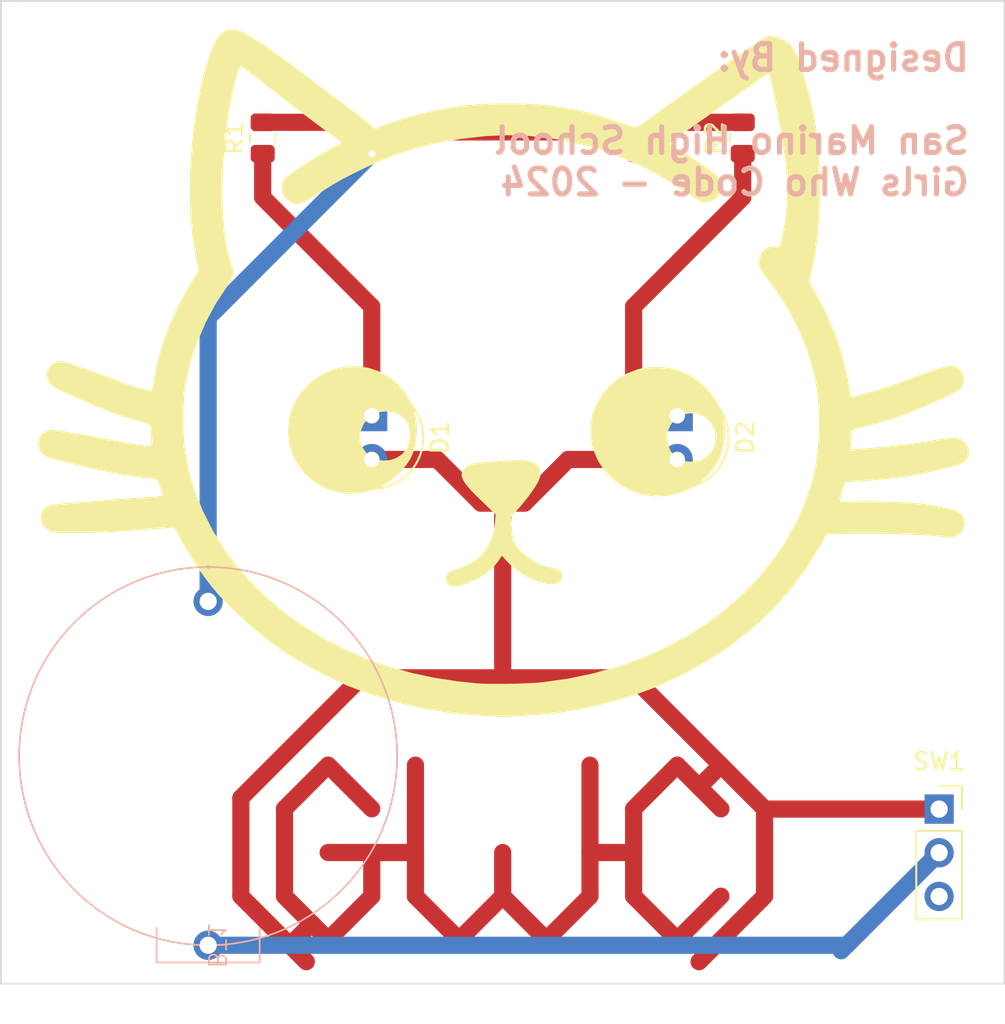
<source format=kicad_pcb>
(kicad_pcb (version 20240108) (generator "pcbnew") (generator_version "8.0")
  (layers (0 "F.Cu" signal) (31 "B.Cu" signal) (34 "B.Paste" user) (35 "F.Paste" user) (36 "B.SilkS" user "B.Silkscreen") (37 "F.SilkS" user "F.Silkscreen") (38 "B.Mask" user) (39 "F.Mask" user) (44 "Edge.Cuts" user))
  (net 0 "")
  (net 1 "Net-(BT1-+)")
  (net 2 "Net-(BT1--)")
  (net 3 "Net-(D1-K)")
  (net 4 "Net-(D1-A)")
  (net 5 "Net-(D2-K)")
  (footprint "LED_THT:LED_D5.0mm" (layer "F.Cu") (at 170.18 68.58 -90)
    (property "Reference" "D2" (at 1.27 -3.96 90) (layer "F.SilkS"))
    (property "Value" "LED")
    (fp_line (start -1.29 -1.545) (end -1.29 1.545) (stroke (width 0.12)) (layer "F.SilkS"))
    (fp_arc (start 4.26 -0.000462) (mid 2.072002 2.880433) (end -1.29 1.54483) (stroke (width 0.12)) (layer "F.SilkS"))
    (fp_arc (start -1.29 -1.54483) (mid 2.072002 -2.880433) (end 4.26 0.000462) (stroke (width 0.12)) (layer "F.SilkS"))
    (fp_circle (center 1.27 0) (end 3.77 0) (stroke (width 0.12)) (fill none) (layer "F.SilkS"))
    (pad "1" thru_hole rect (at 0 0 270) (size 1.8 1.8) (drill 0.9) (layers "*.Cu" "*.Mask") (net 5 "Net-(D2-K)"))
    (pad "2" thru_hole circle (at 2.54 0 270) (size 1.8 1.8) (drill 0.9) (layers "*.Cu" "*.Mask") (net 4 "Net-(D1-A)"))
  )
  (footprint "LOGO" (layer "F.Cu") (at 160.02 66.04)
    (property "Reference" "" (at -5.08 -7.62 0) (layer "F.SilkS") (effects (font (size 1.5 1.5) (thickness 0.3))))
    (property "Value" "LOGO" (hide yes))
    (fp_poly (pts (xy -7.778339 -0.239874) (xy -7.219231 -0.049432) (xy -6.644462 0.255895) (xy -6.143366 0.648963) (xy -5.722754 1.116231) (xy -5.389435 1.644162) (xy -5.150219 2.219215) (xy -5.011919 2.827851) (xy -4.981343 3.456532) (xy -5.065302 4.091719) (xy -5.088256 4.18696) (xy -5.31339 4.833354) (xy -5.635182 5.413107) (xy -6.042863 5.918876) (xy -6.525665 6.343317) (xy -7.07282 6.679089) (xy -7.673558 6.918846) (xy -8.317113 7.055246) (xy -8.992714 7.080946) (xy -9.294928 7.055588) (xy -9.935546 6.918221) (xy -10.531939 6.671777) (xy -11.073152 6.325288) (xy -11.548229 5.887783) (xy -11.946216 5.368297) (xy -12.256155 4.775859) (xy -12.346281 4.540096) (xy -12.439531 4.15551) (xy -12.478998 3.778473) (xy -8.298883 3.778473) (xy -8.274661 4.032729) (xy -8.149896 4.398967) (xy -7.933649 4.703023) (xy -7.645074 4.93578) (xy -7.303327 5.088121) (xy -6.927563 5.150929) (xy -6.536938 5.115086) (xy -6.224788 5.008409) (xy -5.866825 4.785612) (xy -5.611919 4.497476) (xy -5.458764 4.141724) (xy -5.406053 3.716079) (xy -5.408997 3.586397) (xy -5.461248 3.212029) (xy -5.586451 2.916403) (xy -5.80149 2.66911) (xy -6.003483 2.515825) (xy -6.370083 2.341905) (xy -6.774702 2.283345) (xy -7.146519 2.325799) (xy -7.529663 2.470332) (xy -7.849266 2.707226) (xy -8.092535 3.017121) (xy -8.246672 3.380656) (xy -8.298883 3.778473) (xy -12.478998 3.778473) (xy -12.487285 3.6993) (xy -12.489507 3.213818) (xy -12.446162 2.741414) (xy -12.357211 2.32444) (xy -12.348219 2.295049) (xy -12.106843 1.722849) (xy -11.761016 1.187287) (xy -11.327804 0.707954) (xy -10.82427 0.304438) (xy -10.399275 0.05768) (xy -9.747665 -0.200306) (xy -9.092217 -0.335941) (xy -8.435065 -0.349154)) (fill solid) (layer "F.SilkS"))
    (fp_poly (pts (xy 9.701185 -0.242378) (xy 10.200281 -0.126313) (xy 10.305957 -0.090382) (xy 10.909866 0.188657) (xy 11.459204 0.558278) (xy 11.941171 1.004121) (xy 12.342964 1.51183) (xy 12.651781 2.067044) (xy 12.854821 2.655405) (xy 12.88735 2.80493) (xy 12.93204 3.214801) (xy 12.929027 3.683686) (xy 12.881706 4.159043) (xy 12.793474 4.588328) (xy 12.766124 4.68011) (xy 12.530665 5.223397) (xy 12.190657 5.735926) (xy 11.763755 6.198005) (xy 11.267615 6.589939) (xy 10.827813 6.842124) (xy 10.202145 7.079281) (xy 9.537126 7.211513) (xy 8.859469 7.236189) (xy 8.195888 7.150676) (xy 8.050421 7.115764) (xy 7.418767 6.890823) (xy 6.837512 6.566326) (xy 6.319425 6.154825) (xy 5.877271 5.66887) (xy 5.523818 5.12101) (xy 5.271832 4.523796) (xy 5.216033 4.329494) (xy 5.133668 3.827821) (xy 9.572362 3.827821) (xy 9.625189 4.244371) (xy 9.779143 4.601568) (xy 10.022488 4.887515) (xy 10.343487 5.09031) (xy 10.730405 5.198055) (xy 10.938082 5.212531) (xy 11.182332 5.196706) (xy 11.41623 5.153581) (xy 11.520932 5.119837) (xy 11.860747 4.919809) (xy 12.118216 4.650501) (xy 12.292213 4.331826) (xy 12.381614 3.983699) (xy 12.385293 3.626037) (xy 12.302125 3.278753) (xy 12.130984 2.961763) (xy 11.870745 2.694981) (xy 11.665337 2.564138) (xy 11.271043 2.421637) (xy 10.872031 2.394143) (xy 10.487649 2.479437) (xy 10.137249 2.675299) (xy 10.047904 2.749614) (xy 9.781918 3.055553) (xy 9.626309 3.402024) (xy 9.572523 3.808423) (xy 9.572362 3.827821) (xy 5.133668 3.827821) (xy 5.109201 3.678796) (xy 5.117998 3.040128) (xy 5.235349 2.424693) (xy 5.454181 1.843694) (xy 5.767419 1.308332) (xy 6.16799 0.82981) (xy 6.64882 0.419331) (xy 7.202834 0.088097) (xy 7.822959 -0.152691) (xy 8.089932 -0.221616) (xy 8.598676 -0.292833) (xy 9.151538 -0.298819)) (fill solid) (layer "F.SilkS"))
    (fp_poly (pts (xy 1.185054 5.116936) (xy 1.600193 5.189941) (xy 1.91119 5.321496) (xy 2.115919 5.50856) (xy 2.212253 5.748094) (xy 2.198066 6.037061) (xy 2.071231 6.37242) (xy 2.067962 6.378749) (xy 1.914246 6.639387) (xy 1.697811 6.95838) (xy 1.441047 7.305688) (xy 1.166345 7.651277) (xy 0.896097 7.965109) (xy 0.838821 8.027598) (xy 0.477264 8.416791) (xy 0.519653 8.947888) (xy 0.555284 9.332469) (xy 0.599176 9.622881) (xy 0.662462 9.847627) (xy 0.756276 10.035212) (xy 0.891749 10.214138) (xy 1.080015 10.412908) (xy 1.099407 10.432227) (xy 1.567225 10.826777) (xy 2.069326 11.120064) (xy 2.589052 11.303094) (xy 2.783473 11.341222) (xy 3.12065 11.424269) (xy 3.348358 11.55188) (xy 3.464346 11.721395) (xy 3.466364 11.930148) (xy 3.408238 12.080351) (xy 3.290277 12.232911) (xy 3.117245 12.319506) (xy 2.86978 12.345541) (xy 2.551315 12.319533) (xy 2.031183 12.195533) (xy 1.49961 11.96855) (xy 0.981764 11.652718) (xy 0.502812 11.262171) (xy 0.293288 11.051423) (xy -0.051147 10.679391) (xy -0.247928 10.986048) (xy -0.574722 11.39186) (xy -0.999022 11.755433) (xy -1.498543 12.061108) (xy -2.051 12.293228) (xy -2.155535 12.326349) (xy -2.474094 12.41786) (xy -2.70207 12.470402) (xy -2.864158 12.487043) (xy -2.985056 12.470853) (xy -3.0633 12.439141) (xy -3.232494 12.28943) (xy -3.31589 12.079689) (xy -3.300034 11.848998) (xy -3.282813 11.801496) (xy -3.236454 11.713861) (xy -3.166532 11.643055) (xy -3.050286 11.576395) (xy -2.864959 11.501198) (xy -2.58779 11.404782) (xy -2.545344 11.390537) (xy -2.042533 11.194216) (xy -1.639126 10.969838) (xy -1.31244 10.701636) (xy -1.039791 10.373841) (xy -1.001276 10.317239) (xy -0.707444 9.795867) (xy -0.524335 9.276186) (xy -0.444837 8.762644) (xy -0.411831 8.281091) (xy -1.219233 7.504705) (xy -1.599166 7.132115) (xy -1.893167 6.825497) (xy -2.110186 6.573011) (xy -2.259171 6.362818) (xy -2.34907 6.183079) (xy -2.388833 6.021956) (xy -2.392754 5.952167) (xy -2.334667 5.720244) (xy -2.171552 5.521927) (xy -1.920129 5.375519) (xy -1.84058 5.347665) (xy -1.67819 5.313429) (xy -1.417828 5.2768) (xy -1.084152 5.239657) (xy -0.70182 5.203882) (xy -0.295492 5.171354) (xy 0.110174 5.143954) (xy 0.490521 5.123562) (xy 0.820889 5.112059) (xy 1.07662 5.111326)) (fill solid) (layer "F.SilkS"))
    (fp_poly (pts (xy -15.490613 -19.906193) (xy -15.24627 -19.823289) (xy -14.911838 -19.655358) (xy -14.493715 -19.410217) (xy -13.990674 -19.087029) (xy -13.401483 -18.684955) (xy -12.724915 -18.203155) (xy -11.95974 -17.64079) (xy -11.104831 -16.997101) (xy -10.694799 -16.685774) (xy -10.283923 -16.374755) (xy -9.891306 -16.078435) (xy -9.536052 -15.811205) (xy -9.237265 -15.587458) (xy -9.014048 -15.421586) (xy -8.988164 -15.402512) (xy -8.690716 -15.179675) (xy -8.372876 -14.935037) (xy -8.078894 -14.702955) (xy -7.9079 -14.563796) (xy -7.441162 -14.176464) (xy -6.958092 -14.362477) (xy -6.611661 -14.486182) (xy -6.178319 -14.626137) (xy -5.691135 -14.772864) (xy -5.183176 -14.916886) (xy -4.68751 -15.048727) (xy -4.237206 -15.158908) (xy -3.987923 -15.213715) (xy -3.315191 -15.344872) (xy -2.701269 -15.445725) (xy -2.108089 -15.520494) (xy -1.497587 -15.573399) (xy -0.831696 -15.60866) (xy -0.267336 -15.626202) (xy 0.98239 -15.627548) (xy 2.151162 -15.566592) (xy 3.266019 -15.439292) (xy 4.353998 -15.241602) (xy 5.442141 -14.969478) (xy 6.557485 -14.618877) (xy 6.626087 -14.595178) (xy 6.947471 -14.485318) (xy 7.23832 -14.389037) (xy 7.474093 -14.314227) (xy 7.630245 -14.268779) (xy 7.669082 -14.259818) (xy 7.763811 -14.266786) (xy 7.895912 -14.322253) (xy 8.082305 -14.435642) (xy 8.339909 -14.616375) (xy 8.43599 -14.686898) (xy 8.67416 -14.861252) (xy 8.983473 -15.084959) (xy 9.353651 -15.350772) (xy 9.774411 -15.651449) (xy 10.235476 -15.979743) (xy 10.726563 -16.328412) (xy 11.237394 -16.69021) (xy 11.757688 -17.057894) (xy 12.277165 -17.424219) (xy 12.785545 -17.78194) (xy 13.272547 -18.123813) (xy 13.727892 -18.442594) (xy 14.1413 -18.731039) (xy 14.502489 -18.981903) (xy 14.801181 -19.187941) (xy 15.027095 -19.34191) (xy 15.169951 -19.436565) (xy 15.213093 -19.462696) (xy 15.42601 -19.545411) (xy 15.638937 -19.562198) (xy 15.886857 -19.511185) (xy 16.152936 -19.41241) (xy 16.418112 -19.289691) (xy 16.632168 -19.155451) (xy 16.808507 -18.991364) (xy 16.960534 -18.779102) (xy 17.101652 -18.500338) (xy 17.245266 -18.136746) (xy 17.386363 -17.725982) (xy 17.701465 -16.709124) (xy 17.955713 -15.741728) (xy 18.153471 -14.795615) (xy 18.2991 -13.842603) (xy 18.396963 -12.854511) (xy 18.451422 -11.803161) (xy 18.46694 -10.7455) (xy 18.458641 -9.883524) (xy 18.431869 -9.110704) (xy 18.383429 -8.394449) (xy 18.310129 -7.702166) (xy 18.208773 -7.001261) (xy 18.076167 -6.259142) (xy 17.980463 -5.781433) (xy 17.862767 -5.212865) (xy 18.199474 -4.646409) (xy 18.826006 -3.4768) (xy 19.351932 -2.250074) (xy 19.770979 -0.983924) (xy 20.076876 0.303955) (xy 20.18685 0.960344) (xy 20.25875 1.460543) (xy 20.942781 1.278528) (xy 21.511477 1.122182) (xy 22.036304 0.965947) (xy 22.55608 0.797217) (xy 23.109624 0.603384) (xy 23.735755 0.37184) (xy 23.743478 0.368928) (xy 24.328565 0.149809) (xy 24.812022 -0.026667) (xy 25.206207 -0.163277) (xy 25.523478 -0.262802) (xy 25.776193 -0.328021) (xy 25.97671 -0.361714) (xy 26.137388 -0.36666) (xy 26.270584 -0.345638) (xy 26.388657 -0.301429) (xy 26.486031 -0.247895) (xy 26.70646 -0.049056) (xy 26.833703 0.203966) (xy 26.865565 0.483036) (xy 26.799854 0.760016) (xy 26.634377 1.006769) (xy 26.58732 1.051607) (xy 26.489816 1.11265) (xy 26.295308 1.213811) (xy 26.019928 1.347701) (xy 25.679807 1.50693) (xy 25.291077 1.684108) (xy 24.869869 1.871847) (xy 24.432316 2.062756) (xy 23.994548 2.249447) (xy 23.743478 2.354299) (xy 23.342881 2.506924) (xy 22.842833 2.675867) (xy 22.264469 2.854734) (xy 21.628922 3.037131) (xy 20.957327 3.216665) (xy 20.568478 3.314778) (xy 20.307729 3.379125) (xy 20.306892 3.790891) (xy 20.300642 4.02707) (xy 20.285192 4.232617) (xy 20.266593 4.350134) (xy 20.227132 4.49761) (xy 20.865619 4.45436) (xy 22.257548 4.339136) (xy 23.570778 4.188024) (xy 24.541063 4.044391) (xy 25.079063 3.957751) (xy 25.511166 3.893142) (xy 25.852009 3.849627) (xy 26.116232 3.826267) (xy 26.318473 3.822126) (xy 26.473371 3.836266) (xy 26.595565 3.867749) (xy 26.684044 3.907123) (xy 26.930661 4.09675) (xy 27.085158 4.339227) (xy 27.145849 4.60932) (xy 27.111048 4.881794) (xy 26.979068 5.131415) (xy 26.778082 5.314188) (xy 26.677597 5.354979) (xy 26.475182 5.417117) (xy 26.188794 5.495819) (xy 25.836392 5.586301) (xy 25.435937 5.683782) (xy 25.0764 5.767383) (xy 24.620785 5.869167) (xy 24.212338 5.955128) (xy 23.831447 6.027864) (xy 23.458499 6.089973) (xy 23.073884 6.144054) (xy 22.657989 6.192705) (xy 22.191203 6.238525) (xy 21.653915 6.28411) (xy 21.026512 6.332061) (xy 20.559126 6.365868) (xy 19.920909 6.411352) (xy 19.777832 6.93285) (xy 19.713476 7.172978) (xy 19.663895 7.368539) (xy 19.636708 7.489022) (xy 19.633803 7.509668) (xy 19.691661 7.528102) (xy 19.854195 7.537728) (xy 20.103668 7.538221) (xy 20.422345 7.529258) (xy 20.507126 7.525664) (xy 20.882173 7.5155) (xy 21.333767 7.513962) (xy 21.83697 7.52016) (xy 22.366845 7.533204) (xy 22.898454 7.552204) (xy 23.406859 7.576271) (xy 23.867122 7.604514) (xy 24.254306 7.636044) (xy 24.541063 7.66961) (xy 25.04622 7.750082) (xy 25.500858 7.832373) (xy 25.889097 7.913054) (xy 26.195059 7.988694) (xy 26.402863 8.055863) (xy 26.464825 8.085102) (xy 26.716036 8.291741) (xy 26.863891 8.542135) (xy 26.90873 8.81443) (xy 26.85089 9.086776) (xy 26.69071 9.337319) (xy 26.442352 9.536235) (xy 26.345682 9.587353) (xy 26.249493 9.617203) (xy 26.125844 9.627132) (xy 25.946793 9.618485) (xy 25.684398 9.592609) (xy 25.559152 9.578776) (xy 24.951883 9.521939) (xy 24.246652 9.474945) (xy 23.467871 9.438638) (xy 22.639954 9.413864) (xy 21.787311 9.401465) (xy 20.934357 9.402286) (xy 20.583816 9.406745) (xy 18.865942 9.434924) (xy 18.474636 10.131834) (xy 17.701139 11.385637) (xy 16.831343 12.564762) (xy 15.868826 13.664889) (xy 14.817171 14.6817) (xy 14.414705 15.028815) (xy 13.172792 15.987924) (xy 11.857152 16.850584) (xy 10.472283 17.614885) (xy 9.022683 18.278914) (xy 7.512851 18.840762) (xy 5.947284 19.298517) (xy 4.330482 19.650268) (xy 3.080173 19.844243) (xy 2.827087 19.872531) (xy 2.496695 19.903025) (xy 2.111928 19.934252) (xy 1.695718 19.964739) (xy 1.270996 19.99301) (xy 0.860695 20.017593) (xy 0.487746 20.037012) (xy 0.175081 20.049793) (xy -0.054367 20.054463) (xy -0.153382 20.052103) (xy -0.255941 20.046165) (xy -0.456107 20.035543) (xy -0.728925 20.021529) (xy -1.049442 20.005412) (xy -1.204567 19.99772) (xy -2.827068 19.860528) (xy -4.434664 19.611787) (xy -6.016932 19.25487) (xy -7.563444 18.793154) (xy -9.063775 18.230012) (xy -10.5075 17.568819) (xy -11.884192 16.81295) (xy -12.761353 16.256929) (xy -13.416744 15.790543) (xy -14.096812 15.257672) (xy -14.778289 14.679394) (xy -15.437911 14.076787) (xy -16.052412 13.470925) (xy -16.598527 12.882887) (xy -16.958525 12.454589) (xy -17.284161 12.025668) (xy -17.633581 11.531185) (xy -17.984796 11.004755) (xy -18.315818 10.479993) (xy -18.604658 9.990514) (xy -18.773913 9.679285) (xy -18.919756 9.402442) (xy -19.025234 9.218358) (xy -19.103976 9.109602) (xy -19.169609 9.058744) (xy -19.235761 9.048354) (xy -19.264734 9.051521) (xy -19.377174 9.063435) (xy -19.587113 9.081153) (xy -19.869591 9.102735) (xy -20.199645 9.12624) (xy -20.399759 9.139771) (xy -20.836998 9.169654) (xy -21.328567 9.204691) (xy -21.81815 9.24079) (xy -22.249431 9.273857) (xy -22.301691 9.277991) (xy -22.641543 9.299746) (xy -23.07078 9.319168) (xy -23.556086 9.335217) (xy -24.064146 9.34685) (xy -24.561647 9.353028) (xy -24.725121 9.353705) (xy -25.197145 9.353892) (xy -25.562886 9.351866) (xy -25.838762 9.346475) (xy -26.041191 9.336566) (xy -26.186589 9.320988) (xy -26.291375 9.298587) (xy -26.371966 9.268212) (xy -26.436582 9.233575) (xy -26.700126 9.028224) (xy -26.851711 8.783186) (xy -26.899068 8.485809) (xy -26.898975 8.476946) (xy -26.846291 8.16087) (xy -26.699188 7.92215) (xy -26.485417 7.774183) (xy -26.345135 7.736032) (xy -26.09017 7.695631) (xy -25.728502 7.653944) (xy -25.26811 7.611931) (xy -24.909179 7.584138) (xy -24.427151 7.548363) (xy -23.909432 7.508782) (xy -23.395071 7.468459) (xy -22.923118 7.430457) (xy -22.532624 7.397839) (xy -22.516425 7.396446) (xy -22.087752 7.361586) (xy -21.617525 7.326726) (xy -21.155818 7.295379) (xy -20.752702 7.271062) (xy -20.660507 7.266164) (xy -20.35489 7.248421) (xy -20.098637 7.229494) (xy -19.913868 7.211331) (xy -19.822704 7.195876) (xy -19.816908 7.191934) (xy -19.835711 7.090709) (xy -19.884031 6.92007) (xy -19.94974 6.71573) (xy -20.020706 6.5134) (xy -20.084802 6.348794) (xy -20.129895 6.257624) (xy -20.136645 6.250574) (xy -20.222399 6.228411) (xy -20.397817 6.202644) (xy -20.630126 6.177812) (xy -20.714452 6.170535) (xy -21.24622 6.112795) (xy -21.872822 6.01961) (xy -22.572862 5.894865) (xy -23.324943 5.742446) (xy -24.107669 5.56624) (xy -24.315923 5.516436) (xy -24.884017 5.378777) (xy -25.345102 5.26656) (xy -25.711454 5.176455) (xy -25.99535 5.105134) (xy -26.209066 5.049267) (xy -26.364876 5.005525) (xy -26.475058 4.970577) (xy -26.551887 4.941095) (xy -26.607638 4.91375) (xy -26.654589 4.88521) (xy -26.662636 4.879963) (xy -26.887706 4.668634) (xy -27.015223 4.411482) (xy -27.047546 4.133917) (xy -26.987032 3.861352) (xy -26.836039 3.619199) (xy -26.596924 3.43287) (xy -26.525199 3.398645) (xy -26.443607 3.371113) (xy -26.345219 3.357322) (xy -26.210965 3.358759) (xy -26.021775 3.37691) (xy -25.758579 3.413258) (xy -25.402305 3.469291) (xy -25.206117 3.501392) (xy -24.757647 3.577501) (xy -24.23701 3.669415) (xy -23.692275 3.768436) (xy -23.171507 3.865864) (xy -22.853865 3.927107) (xy -22.341266 4.024441) (xy -21.853933 4.111186) (xy -21.410317 4.184449) (xy -21.028871 4.241342) (xy -20.728047 4.278973) (xy -20.526297 4.294451) (xy -20.507497 4.294686) (xy -20.471234 4.26869) (xy -20.453053 4.178335) (xy -20.451737 4.005072) (xy -20.466074 3.730351) (xy -20.468327 3.696497) (xy -20.487268 3.439677) (xy -20.505522 3.233347) (xy -20.520488 3.105015) (xy -20.526947 3.076717) (xy -20.589329 3.052932) (xy -20.747958 3.002537) (xy -20.980978 2.932217) (xy -21.266535 2.848659) (xy -21.364807 2.820397) (xy -21.811329 2.687269) (xy -22.245907 2.545707) (xy -22.257896 2.541439) (xy -18.58418 2.541439) (xy -18.58243 3.11666) (xy -18.565102 3.669872) (xy -18.532187 4.165146) (xy -18.497015 4.478744) (xy -18.262518 5.710882) (xy -17.912141 6.912583) (xy -17.449974 8.079179) (xy -16.880105 9.206002) (xy -16.206624 10.288384) (xy -15.433619 11.321655) (xy -14.565181 12.301148) (xy -13.605397 13.222195) (xy -12.558358 14.080127) (xy -11.428152 14.870276) (xy -10.218869 15.587974) (xy -8.934597 16.228552) (xy -7.782488 16.710675) (xy -6.54823 17.142528) (xy -5.300165 17.494106) (xy -4.013641 17.770881) (xy -2.664003 17.978321) (xy -1.533817 18.097042) (xy -1.203385 18.116351) (xy -0.778721 18.127606) (xy -0.288008 18.131242) (xy 0.240577 18.127694) (xy 0.778851 18.117396) (xy 1.298635 18.100783) (xy 1.771748 18.078291) (xy 2.170011 18.050353) (xy 2.300725 18.037889) (xy 3.811729 17.827392) (xy 5.279878 17.520466) (xy 6.69969 17.120693) (xy 8.065687 16.631651) (xy 9.372388 16.05692) (xy 10.614314 15.400082) (xy 11.785986 14.664717) (xy 12.881923 13.854403) (xy 13.896647 12.972722) (xy 14.824678 12.023253) (xy 15.660536 11.009577) (xy 16.398741 9.935274) (xy 17.033814 8.803923) (xy 17.302854 8.236184) (xy 17.692114 7.281273) (xy 17.990099 6.355119) (xy 18.203141 5.427524) (xy 18.33757 4.468291) (xy 18.399718 3.447223) (xy 18.405797 2.975604) (xy 18.3926 2.228525) (xy 18.350282 1.564959) (xy 18.274755 0.948291) (xy 18.161931 0.34191) (xy 18.066133 -0.06615) (xy 17.718578 -1.232895) (xy 17.273758 -2.349605) (xy 16.724669 -3.43066) (xy 16.064308 -4.49044) (xy 15.588307 -5.153237) (xy 15.317765 -5.519775) (xy 15.11993 -5.809995) (xy 14.987022 -6.040198) (xy 14.91126 -6.226684) (xy 14.884864 -6.385754) (xy 14.900053 -6.533708) (xy 14.910247 -6.573767) (xy 15.048417 -6.910385) (xy 15.246888 -7.141902) (xy 15.511969 -7.273406) (xy 15.823761 -7.310409) (xy 16.12247 -7.308095) (xy 16.247373 -7.81069) (xy 16.410491 -8.637581) (xy 16.512025 -9.539731) (xy 16.550836 -10.485618) (xy 16.525789 -11.443719) (xy 16.435746 -12.382509) (xy 16.417112 -12.515942) (xy 16.349885 -12.958667) (xy 16.27176 -13.441049) (xy 16.185457 -13.949024) (xy 16.093697 -14.468528) (xy 15.999202 -14.985499) (xy 15.904692 -15.485872) (xy 15.812889 -15.955585) (xy 15.726512 -16.380572) (xy 15.648284 -16.746772) (xy 15.580924 -17.040119) (xy 15.527155 -17.246552) (xy 15.489697 -17.352005) (xy 15.479364 -17.362802) (xy 15.425213 -17.328686) (xy 15.281838 -17.231484) (xy 15.060235 -17.07891) (xy 14.771398 -16.878684) (xy 14.42632 -16.63852) (xy 14.035996 -16.366137) (xy 13.611419 -16.069251) (xy 13.163585 -15.755579) (xy 12.703486 -15.432837) (xy 12.242118 -15.108743) (xy 11.790473 -14.791013) (xy 11.359547 -14.487364) (xy 10.960333 -14.205513) (xy 10.603826 -13.953177) (xy 10.301019 -13.738073) (xy 10.062907 -13.567916) (xy 9.900483 -13.450425) (xy 9.82866 -13.39654) (xy 9.687513 -13.282851) (xy 10.258129 -12.952443) (xy 10.568608 -12.765828) (xy 10.908897 -12.549811) (xy 11.259617 -12.317901) (xy 11.601392 -12.08361) (xy 11.914846 -11.860448) (xy 12.180601 -11.661927) (xy 12.37928 -11.501558) (xy 12.487074 -11.398256) (xy 12.658283 -11.114417) (xy 12.723552 -10.81722) (xy 12.692271 -10.527716) (xy 12.573832 -10.266955) (xy 12.377626 -10.055991) (xy 12.113045 -9.915873) (xy 11.804198 -9.867553) (xy 11.715981 -9.867468) (xy 11.640117 -9.872276) (xy 11.562896 -9.889568) (xy 11.47061 -9.926933) (xy 11.349548 -9.991964) (xy 11.186 -10.09225) (xy 10.966258 -10.235384) (xy 10.676611 -10.428955) (xy 10.30335 -10.680556) (xy 10.154452 -10.781009) (xy 8.963704 -11.512551) (xy 7.701946 -12.152062) (xy 6.386221 -12.692975) (xy 5.03357 -13.128719) (xy 3.661037 -13.452724) (xy 2.883575 -13.58385) (xy 1.558278 -13.729579) (xy 0.281366 -13.77646) (xy -0.970345 -13.725313) (xy -1.012319 -13.721895) (xy -2.438601 -13.562184) (xy -3.790582 -13.322104) (xy -5.092046 -12.995018) (xy -6.366776 -12.57429) (xy -7.638555 -12.053281) (xy -8.558696 -11.615879) (xy -8.973029 -11.405638) (xy -9.325096 -11.22003) (xy -9.646136 -11.040949) (xy -9.967394 -10.850285) (xy -10.320112 -10.629931) (xy -10.735531 -10.361779) (xy -10.838866 -10.294294) (xy -11.201469 -10.064337) (xy -11.487814 -9.903761) (xy -11.71857 -9.806703) (xy -11.914406 -9.7673) (xy -12.095992 -9.779688) (xy -12.283995 -9.838005) (xy -12.349644 -9.865744) (xy -12.60165 -10.038345) (xy -12.77693 -10.282163) (xy -12.867566 -10.568045) (xy -12.865641 -10.86684) (xy -12.763236 -11.149396) (xy -12.717269 -11.219207) (xy -12.598655 -11.338743) (xy -12.389309 -11.506226) (xy -12.10616 -11.710737) (xy -11.766138 -11.941355) (xy -11.386173 -12.18716) (xy -10.983195 -12.437234) (xy -10.574134 -12.680655) (xy -10.175919 -12.906505) (xy -9.80548 -13.103862) (xy -9.757744 -13.12812) (xy -9.576098 -13.229479) (xy -9.456755 -13.315195) (xy -9.423012 -13.368227) (xy -9.425404 -13.371224) (xy -9.486311 -13.418804) (xy -9.633081 -13.530379) (xy -9.853233 -13.696554) (xy -10.134291 -13.907936) (xy -10.463774 -14.155131) (xy -10.829205 -14.428746) (xy -10.982126 -14.543094) (xy -11.427919 -14.877573) (xy -11.904821 -15.237578) (xy -12.386291 -15.602926) (xy -12.845787 -15.953431) (xy -13.25677 -16.268907) (xy -13.558937 -16.502853) (xy -14.005872 -16.850632) (xy -14.365956 -17.129807) (xy -14.648951 -17.347425) (xy -14.864618 -17.510531) (xy -15.022721 -17.626169) (xy -15.133019 -17.701386) (xy -15.205276 -17.743227) (xy -15.249252 -17.758737) (xy -15.27471 -17.75496) (xy -15.283835 -17.747749) (xy -15.325227 -17.662164) (xy -15.387176 -17.479593) (xy -15.463557 -17.222819) (xy -15.548243 -16.914627) (xy -15.635109 -16.577799) (xy -15.718029 -16.235119) (xy -15.790876 -15.909369) (xy -15.830442 -15.714823) (xy -15.989941 -14.773851) (xy -16.122816 -13.757097) (xy -16.224808 -12.709429) (xy -16.291656 -11.675715) (xy -16.319101 -10.700824) (xy -16.319556 -10.563171) (xy -16.308524 -9.914567) (xy -16.277277 -9.260301) (xy -16.228095 -8.62056) (xy -16.163255 -8.015532) (xy -16.085038 -7.465406) (xy -15.99572 -6.99037) (xy -15.89758 -6.61061) (xy -15.861364 -6.503382) (xy -15.74354 -6.154351) (xy -15.684663 -5.881613) (xy -15.688504 -5.651861) (xy -15.758838 -5.431786) (xy -15.899437 -5.188081) (xy -16.031742 -4.999232) (xy -16.701356 -3.981182) (xy -17.283041 -2.894124) (xy -17.769054 -1.757049) (xy -18.151649 -0.588945) (xy -18.423082 0.5912) (xy -18.496064 1.043044) (xy -18.540987 1.4687) (xy -18.570363 1.980142) (xy -18.58418 2.541439) (xy -22.257896 2.541439) (xy -22.691114 2.387218) (xy -23.169524 2.203304) (xy -23.70371 1.985471) (xy -24.316246 1.725221) (xy -24.59031 1.606447) (xy -25.068234 1.397943) (xy -25.446726 1.230556) (xy -25.738953 1.096637) (xy -25.958083 0.988537) (xy -26.117281 0.898605) (xy -26.229714 0.819192) (xy -26.30855 0.742648) (xy -26.366954 0.661323) (xy -26.418094 0.567569) (xy -26.434396 0.535056) (xy -26.538267 0.230709) (xy -26.525724 -0.040462) (xy -26.395206 -0.288463) (xy -26.287975 -0.404311) (xy -26.130671 -0.534581) (xy -25.974785 -0.613295) (xy -25.797963 -0.640481) (xy -25.577848 -0.616162) (xy -25.292086 -0.540364) (xy -24.91832 -0.413113) (xy -24.898247 -0.405879) (xy -24.533341 -0.275483) (xy -24.132933 -0.13455) (xy -23.751047 -0.001994) (xy -23.498068 0.084335) (xy -23.172361 0.197728) (xy -22.830636 0.322459) (xy -22.525172 0.439222) (xy -22.39372 0.492157) (xy -22.075763 0.616126) (xy -21.73728 0.735098) (xy -21.398902 0.843314) (xy -21.081259 0.935018) (xy -20.804982 1.00445) (xy -20.590702 1.045853) (xy -20.459048 1.05347) (xy -20.42891 1.040528) (xy -20.394792 0.939584) (xy -20.358932 0.764908) (xy -20.341961 0.651685) (xy -20.147757 -0.430664) (xy -19.845759 -1.540524) (xy -19.442444 -2.660697) (xy -18.944287 -3.773983) (xy -18.357765 -4.863184) (xy -18.113593 -5.266341) (xy -17.717179 -5.900556) (xy -17.843603 -6.524071) (xy -18.044059 -7.722302) (xy -18.169389 -8.975372) (xy -18.220263 -10.295852) (xy -18.197354 -11.696313) (xy -18.158794 -12.42496) (xy -18.08936 -13.295853) (xy -17.994775 -14.157288) (xy -17.877706 -14.998164) (xy -17.740823 -15.80738) (xy -17.586792 -16.573835) (xy -17.418281 -17.28643) (xy -17.237959 -17.934062) (xy -17.048492 -18.505632) (xy -16.852549 -18.990039) (xy -16.652798 -19.376181) (xy -16.451906 -19.652958) (xy -16.411785 -19.694252) (xy -16.149787 -19.866496) (xy -15.835695 -19.937922)) (fill solid) (layer "F.SilkS"))
  )
  (footprint "LED_THT:LED_D5.0mm" (layer "F.Cu") (at 152.4 68.58 -90)
    (property "Reference" "D1" (at 1.27 -3.96 90) (layer "F.SilkS"))
    (property "Value" "LED")
    (fp_line (start -1.29 -1.545) (end -1.29 1.545) (stroke (width 0.12)) (layer "F.SilkS"))
    (fp_arc (start 4.26 -0.000462) (mid 2.072002 2.880433) (end -1.29 1.54483) (stroke (width 0.12)) (layer "F.SilkS"))
    (fp_arc (start -1.29 -1.54483) (mid 2.072002 -2.880433) (end 4.26 0.000462) (stroke (width 0.12)) (layer "F.SilkS"))
    (fp_circle (center 1.27 0) (end 3.77 0) (stroke (width 0.12)) (fill none) (layer "F.SilkS"))
    (pad "1" thru_hole rect (at 0 0 270) (size 1.8 1.8) (drill 0.9) (layers "*.Cu" "*.Mask") (net 3 "Net-(D1-K)"))
    (pad "2" thru_hole circle (at 2.54 0 270) (size 1.8 1.8) (drill 0.9) (layers "*.Cu" "*.Mask") (net 4 "Net-(D1-A)"))
  )
  (footprint "Resistor_SMD:R_0805_2012Metric" (layer "F.Cu") (at 146.05 52.4275 90)
    (property "Reference" "R1" (at 0 -1.65 90) (layer "F.SilkS"))
    (property "Value" "R")
    (fp_line (start -0.227064 -0.735) (end 0.227064 -0.735) (stroke (width 0.12)) (layer "F.SilkS"))
    (fp_line (start -0.227064 0.735) (end 0.227064 0.735) (stroke (width 0.12)) (layer "F.SilkS"))
    (pad "1" smd roundrect (at -0.9125 0 90) (size 1.025 1.4) (layers "F.Cu" "F.Paste" "F.Mask") (roundrect_rratio 0.243902) (net 3 "Net-(D1-K)"))
    (pad "2" smd roundrect (at 0.9125 0 90) (size 1.025 1.4) (layers "F.Cu" "F.Paste" "F.Mask") (roundrect_rratio 0.243902) (net 2 "Net-(BT1--)"))
  )
  (footprint "Connector_PinSocket_2.54mm:PinSocket_1x03_P2.54mm_Vertical" (layer "F.Cu") (at 185.42 91.455)
    (property "Reference" "SW1" (at 0 -2.77 0) (layer "F.SilkS"))
    (property "Value" "SW_SPDT")
    (fp_line (start -1.33 1.27) (end -1.33 6.41) (stroke (width 0.12)) (layer "F.SilkS"))
    (fp_line (start -1.33 1.27) (end 1.33 1.27) (stroke (width 0.12)) (layer "F.SilkS"))
    (fp_line (start -1.33 6.41) (end 1.33 6.41) (stroke (width 0.12)) (layer "F.SilkS"))
    (fp_line (start 0 -1.33) (end 1.33 -1.33) (stroke (width 0.12)) (layer "F.SilkS"))
    (fp_line (start 1.33 -1.33) (end 1.33 0) (stroke (width 0.12)) (layer "F.SilkS"))
    (fp_line (start 1.33 1.27) (end 1.33 6.41) (stroke (width 0.12)) (layer "F.SilkS"))
    (pad "1" thru_hole rect (at 0 0) (size 1.7 1.7) (drill 1) (layers "*.Cu" "*.Mask") (net 4 "Net-(D1-A)"))
    (pad "2" thru_hole oval (at 0 2.54) (size 1.7 1.7) (drill 1) (layers "*.Cu" "*.Mask") (net 1 "Net-(BT1-+)"))
    (pad "3" thru_hole oval (at 0 5.08) (size 1.7 1.7) (drill 1) (layers "*.Cu" "*.Mask"))
  )
  (footprint "Resistor_SMD:R_0805_2012Metric" (layer "F.Cu") (at 173.99 52.4275 90)
    (property "Reference" "R2" (at 0 -1.65 90) (layer "F.SilkS"))
    (property "Value" "R")
    (fp_line (start -0.227064 -0.735) (end 0.227064 -0.735) (stroke (width 0.12)) (layer "F.SilkS"))
    (fp_line (start -0.227064 0.735) (end 0.227064 0.735) (stroke (width 0.12)) (layer "F.SilkS"))
    (pad "1" smd roundrect (at -0.9125 0 90) (size 1.025 1.4) (layers "F.Cu" "F.Paste" "F.Mask") (roundrect_rratio 0.243902) (net 5 "Net-(D2-K)"))
    (pad "2" smd roundrect (at 0.9125 0 90) (size 1.025 1.4) (layers "F.Cu" "F.Paste" "F.Mask") (roundrect_rratio 0.243902) (net 2 "Net-(BT1--)"))
  )
  (footprint "personal:cr2032" (layer "B.Cu") (at 142.875 99.375 90)
    (property "Reference" "BT1" (at 0 0.5 -90) (layer "B.SilkS") (effects (font (thickness 0.1)) (justify mirror)))
    (property "Value" "Battery_Cell")
    (fp_line (start -1 -3) (end 1 -3) (stroke (width 0.1)) (layer "B.SilkS"))
    (fp_line (start -1 3) (end -1 -3) (stroke (width 0.1)) (layer "B.SilkS"))
    (fp_line (start -1 3) (end 1 3) (stroke (width 0.1)) (layer "B.SilkS"))
    (fp_circle (center 22 0) (end 22 0) (stroke (width 0.1)) (fill none) (layer "B.SilkS"))
    (fp_circle (center 11 0) (end 22 0) (stroke (width 0.1)) (fill none) (layer "B.SilkS"))
    (pad "1" thru_hole circle (at 0 0 90) (size 1.7 1.7) (drill 1) (layers "*.Cu" "*.Mask") (net 1 "Net-(BT1-+)"))
    (pad "2" thru_hole circle (at 20 0 90) (size 1.7 1.7) (drill 1) (layers "*.Cu" "*.Mask") (net 2 "Net-(BT1--)"))
  )
  (gr_line (start 189.23 101.6) (end 130.81 101.6) (stroke (width 0.1)) (layer "Edge.Cuts"))
  (gr_line (start 130.81 101.6) (end 130.81 44.45) (stroke (width 0.1)) (layer "Edge.Cuts"))
  (gr_line (start 130.81 44.45) (end 132.08 44.45) (stroke (width 0.1)) (layer "Edge.Cuts"))
  (gr_line (start 189.23 44.45) (end 189.23 101.6) (stroke (width 0.1)) (layer "Edge.Cuts"))
  (gr_line (start 132.08 44.45) (end 189.23 44.45) (stroke (width 0.1)) (layer "Edge.Cuts"))
  (gr_text "Designed By:\n\nSan Marino High School\nGirls Who Code - 2024" (at 187.325 55.88 0) (layer "B.SilkS") (effects (font (size 1.5 1.5) (thickness 0.3) (bold yes)) (justify left bottom mirror)))
  (segment (start 180.04 99.375) (end 185.42 93.995) (width 1) (layer "B.Cu") (net 1))
  (segment (start 179.72 99.695) (end 185.42 93.995) (width 1) (layer "B.Cu") (net 1))
  (segment (start 142.875 99.375) (end 180.04 99.375) (width 1) (layer "B.Cu") (net 1))
  (segment (start 166.37 52.07) (end 153.67 52.07) (width 1) (layer "F.Cu") (net 2))
  (segment (start 173.99 51.515) (end 169.465 51.515) (width 1) (layer "F.Cu") (net 2))
  (segment (start 169.465 51.515) (end 167.64 53.34) (width 1) (layer "F.Cu") (net 2))
  (segment (start 152.4 53.34) (end 150.575 51.515) (width 1) (layer "F.Cu") (net 2))
  (segment (start 153.67 52.07) (end 152.4 53.34) (width 1) (layer "F.Cu") (net 2))
  (segment (start 150.575 51.515) (end 146.05 51.515) (width 1) (layer "F.Cu") (net 2))
  (segment (start 167.64 53.34) (end 166.37 52.07) (width 1) (layer "F.Cu") (net 2))
  (via (at 152.4 53.34) (size 0.8) (drill 0.4) (layers "F.Cu" "B.Cu") (net 2))
  (segment (start 152.4 53.34) (end 142.875 62.865) (width 1) (layer "B.Cu") (net 2))
  (segment (start 142.875 62.865) (end 142.875 79.375) (width 1) (layer "B.Cu") (net 2))
  (segment (start 146.05 55.88) (end 152.4 62.23) (width 1) (layer "F.Cu") (net 3))
  (segment (start 152.4 62.23) (end 152.4 68.58) (width 1) (layer "F.Cu") (net 3))
  (segment (start 146.05 53.34) (end 146.05 55.88) (width 1) (layer "F.Cu") (net 3))
  (segment (start 171.45 90.17) (end 170.18 88.9) (width 1) (layer "F.Cu") (net 4))
  (segment (start 152.4 71.12) (end 156.21 71.12) (width 1) (layer "F.Cu") (net 4))
  (segment (start 167.64 93.98) (end 167.64 96.52) (width 1) (layer "F.Cu") (net 4))
  (segment (start 160.02 96.52) (end 160.02 93.98) (width 1) (layer "F.Cu") (net 4))
  (segment (start 170.18 99.06) (end 172.72 96.52) (width 1) (layer "F.Cu") (net 4))
  (segment (start 152.4 93.98) (end 154.94 93.98) (width 1) (layer "F.Cu") (net 4))
  (segment (start 167.64 91.44) (end 167.64 93.98) (width 1) (layer "F.Cu") (net 4))
  (segment (start 165.1 93.98) (end 167.64 93.98) (width 1) (layer "F.Cu") (net 4))
  (segment (start 160.02 73.66) (end 160.02 83.82) (width 1) (layer "F.Cu") (net 4))
  (segment (start 167.64 83.82) (end 172.72 88.9) (width 1) (layer "F.Cu") (net 4))
  (segment (start 165.1 96.52) (end 162.56 99.06) (width 1) (layer "F.Cu") (net 4))
  (segment (start 165.1 88.9) (end 165.1 93.98) (width 1) (layer "F.Cu") (net 4))
  (segment (start 152.4 91.44) (end 149.86 88.9) (width 1) (layer "F.Cu") (net 4))
  (segment (start 171.45 90.17) (end 172.72 88.9) (width 1) (layer "F.Cu") (net 4))
  (segment (start 151.765 83.82) (end 160.02 83.82) (width 1) (layer "F.Cu") (net 4))
  (segment (start 160.02 73.66) (end 161.29 73.66) (width 1) (layer "F.Cu") (net 4))
  (segment (start 147.6375 99.3775) (end 148.59 100.33) (width 1) (layer "F.Cu") (net 4))
  (segment (start 175.275 91.455) (end 185.42 91.455) (width 1) (layer "F.Cu") (net 4))
  (segment (start 172.72 91.44) (end 171.45 90.17) (width 1) (layer "F.Cu") (net 4))
  (segment (start 147.6375 99.3775) (end 144.78 96.52) (width 1) (layer "F.Cu") (net 4))
  (segment (start 175.26 96.52) (end 171.45 100.33) (width 1) (layer "F.Cu") (net 4))
  (segment (start 149.86 99.06) (end 152.4 96.52) (width 1) (layer "F.Cu") (net 4))
  (segment (start 147.32 96.52) (end 148.9075 98.1075) (width 1) (layer "F.Cu") (net 4))
  (segment (start 161.29 73.66) (end 163.83 71.12) (width 1) (layer "F.Cu") (net 4))
  (segment (start 163.83 71.12) (end 170.18 71.12) (width 1) (layer "F.Cu") (net 4))
  (segment (start 149.86 88.9) (end 147.32 91.44) (width 1) (layer "F.Cu") (net 4))
  (segment (start 154.94 96.52) (end 154.94 88.9) (width 1) (layer "F.Cu") (net 4))
  (segment (start 175.26 91.44) (end 175.275 91.455) (width 1) (layer "F.Cu") (net 4))
  (segment (start 165.1 93.98) (end 165.1 96.52) (width 1) (layer "F.Cu") (net 4))
  (segment (start 152.4 93.98) (end 149.86 93.98) (width 1) (layer "F.Cu") (net 4))
  (segment (start 148.9075 98.1075) (end 147.6375 99.3775) (width 1) (layer "F.Cu") (net 4))
  (segment (start 167.64 96.52) (end 170.18 99.06) (width 1) (layer "F.Cu") (net 4))
  (segment (start 170.18 88.9) (end 167.64 91.44) (width 1) (layer "F.Cu") (net 4))
  (segment (start 156.21 71.12) (end 158.75 73.66) (width 1) (layer "F.Cu") (net 4))
  (segment (start 162.56 99.06) (end 160.02 96.52) (width 1) (layer "F.Cu") (net 4))
  (segment (start 157.48 99.06) (end 160.02 96.52) (width 1) (layer "F.Cu") (net 4))
  (segment (start 154.94 96.52) (end 157.48 99.06) (width 1) (layer "F.Cu") (net 4))
  (segment (start 144.78 90.805) (end 151.765 83.82) (width 1) (layer "F.Cu") (net 4))
  (segment (start 154.94 93.98) (end 154.94 96.52) (width 1) (layer "F.Cu") (net 4))
  (segment (start 160.02 83.82) (end 167.64 83.82) (width 1) (layer "F.Cu") (net 4))
  (segment (start 147.32 91.44) (end 147.32 96.52) (width 1) (layer "F.Cu") (net 4))
  (segment (start 148.9075 98.1075) (end 149.86 99.06) (width 1) (layer "F.Cu") (net 4))
  (segment (start 175.26 91.44) (end 175.26 96.52) (width 1) (layer "F.Cu") (net 4))
  (segment (start 144.78 96.52) (end 144.78 90.805) (width 1) (layer "F.Cu") (net 4))
  (segment (start 172.72 88.9) (end 175.26 91.44) (width 1) (layer "F.Cu") (net 4))
  (segment (start 152.4 96.52) (end 152.4 93.98) (width 1) (layer "F.Cu") (net 4))
  (segment (start 158.75 73.66) (end 160.02 73.66) (width 1) (layer "F.Cu") (net 4))
  (segment (start 173.99 53.34) (end 173.99 55.88) (width 1) (layer "F.Cu") (net 5))
  (segment (start 167.64 62.23) (end 167.64 68.58) (width 1) (layer "F.Cu") (net 5))
  (segment (start 173.99 55.88) (end 167.64 62.23) (width 1) (layer "F.Cu") (net 5))
  (segment (start 167.64 68.58) (end 170.18 68.58) (width 1) (layer "F.Cu") (net 5))
)
</source>
